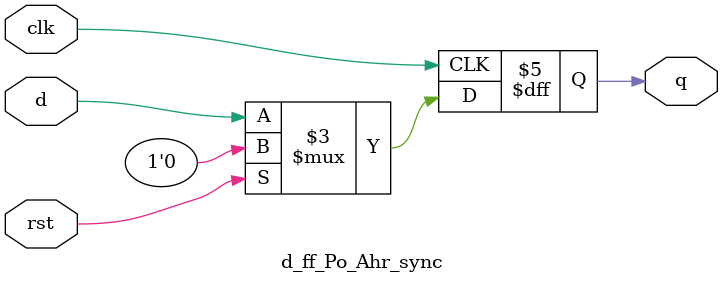
<source format=v>
`timescale 1ns / 1ps


module d_ff_Po_Ahr_sync(q,clk,d,rst);
input clk,d,rst;
output reg q;

always @(posedge clk ) begin
    if(rst)
        q <= 0;
    else 
        q <= d;
end
endmodule

</source>
